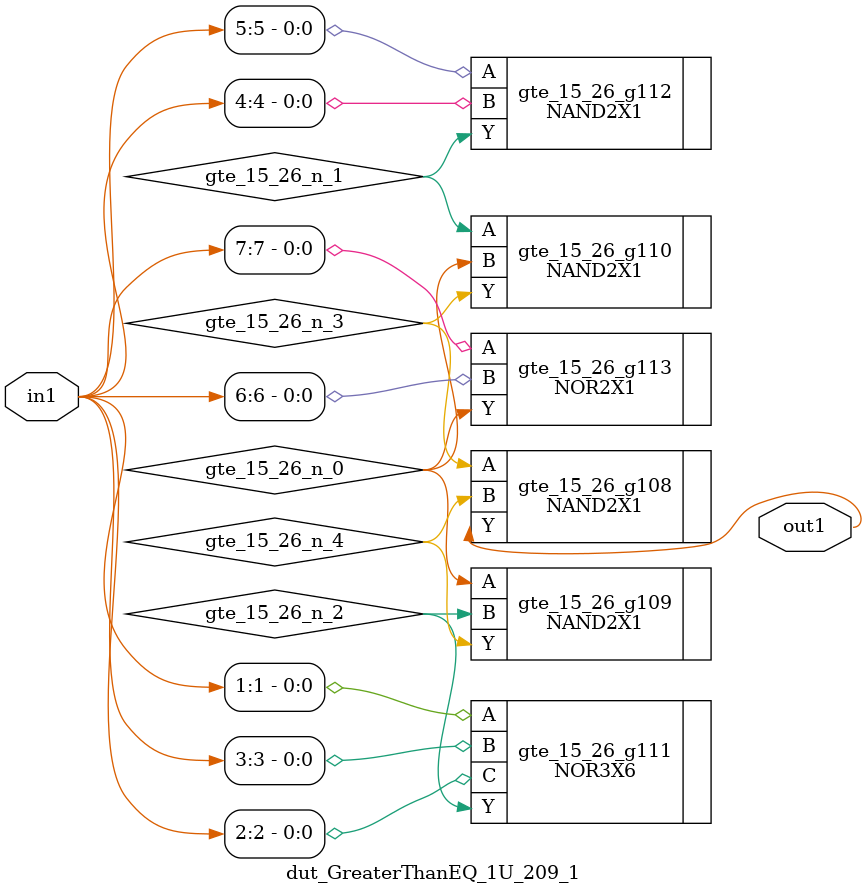
<source format=v>
`timescale 1ps / 1ps


module dut_GreaterThanEQ_1U_209_1(in1, out1);
  input [7:0] in1;
  output out1;
  wire [7:0] in1;
  wire out1;
  wire gte_15_26_n_0, gte_15_26_n_1, gte_15_26_n_2, gte_15_26_n_3,
       gte_15_26_n_4;
  NAND2X1 gte_15_26_g108(.A (gte_15_26_n_3), .B (gte_15_26_n_4), .Y
       (out1));
  NAND2X1 gte_15_26_g109(.A (gte_15_26_n_0), .B (gte_15_26_n_2), .Y
       (gte_15_26_n_4));
  NAND2X1 gte_15_26_g110(.A (gte_15_26_n_1), .B (gte_15_26_n_0), .Y
       (gte_15_26_n_3));
  NOR3X6 gte_15_26_g111(.A (in1[1]), .B (in1[3]), .C (in1[2]), .Y
       (gte_15_26_n_2));
  NAND2X1 gte_15_26_g112(.A (in1[5]), .B (in1[4]), .Y (gte_15_26_n_1));
  NOR2X1 gte_15_26_g113(.A (in1[7]), .B (in1[6]), .Y (gte_15_26_n_0));
endmodule



</source>
